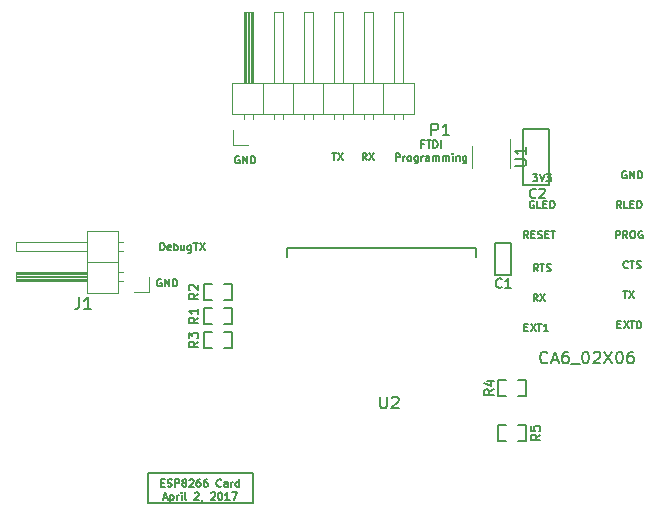
<source format=gbr>
G04 #@! TF.FileFunction,Legend,Top*
%FSLAX46Y46*%
G04 Gerber Fmt 4.6, Leading zero omitted, Abs format (unit mm)*
G04 Created by KiCad (PCBNEW 4.0.5) date 04/03/17 14:36:26*
%MOMM*%
%LPD*%
G01*
G04 APERTURE LIST*
%ADD10C,0.100000*%
%ADD11C,0.152400*%
%ADD12C,0.200000*%
%ADD13C,0.149860*%
%ADD14C,0.120000*%
%ADD15C,0.150000*%
G04 APERTURE END LIST*
D10*
D11*
X187993261Y-118318643D02*
X188204928Y-118318643D01*
X188295642Y-118651262D02*
X187993261Y-118651262D01*
X187993261Y-118016262D01*
X188295642Y-118016262D01*
X188507309Y-118016262D02*
X188930643Y-118651262D01*
X188930643Y-118016262D02*
X188507309Y-118651262D01*
X189081833Y-118016262D02*
X189444690Y-118016262D01*
X189263262Y-118651262D02*
X189263262Y-118016262D01*
X189988977Y-118651262D02*
X189626119Y-118651262D01*
X189807548Y-118651262D02*
X189807548Y-118016262D01*
X189747072Y-118106976D01*
X189686596Y-118167452D01*
X189626119Y-118197690D01*
X189124167Y-116111262D02*
X188912500Y-115808881D01*
X188761309Y-116111262D02*
X188761309Y-115476262D01*
X189003214Y-115476262D01*
X189063690Y-115506500D01*
X189093929Y-115536738D01*
X189124167Y-115597214D01*
X189124167Y-115687929D01*
X189093929Y-115748405D01*
X189063690Y-115778643D01*
X189003214Y-115808881D01*
X188761309Y-115808881D01*
X189335833Y-115476262D02*
X189759167Y-116111262D01*
X189759167Y-115476262D02*
X189335833Y-116111262D01*
X189136262Y-113571262D02*
X188924595Y-113268881D01*
X188773404Y-113571262D02*
X188773404Y-112936262D01*
X189015309Y-112936262D01*
X189075785Y-112966500D01*
X189106024Y-112996738D01*
X189136262Y-113057214D01*
X189136262Y-113147929D01*
X189106024Y-113208405D01*
X189075785Y-113238643D01*
X189015309Y-113268881D01*
X188773404Y-113268881D01*
X189317690Y-112936262D02*
X189680547Y-112936262D01*
X189499119Y-113571262D02*
X189499119Y-112936262D01*
X189861976Y-113541024D02*
X189952691Y-113571262D01*
X190103881Y-113571262D01*
X190164357Y-113541024D01*
X190194595Y-113510786D01*
X190224834Y-113450310D01*
X190224834Y-113389833D01*
X190194595Y-113329357D01*
X190164357Y-113299119D01*
X190103881Y-113268881D01*
X189982929Y-113238643D01*
X189922453Y-113208405D01*
X189892214Y-113178167D01*
X189861976Y-113117690D01*
X189861976Y-113057214D01*
X189892214Y-112996738D01*
X189922453Y-112966500D01*
X189982929Y-112936262D01*
X190134119Y-112936262D01*
X190224834Y-112966500D01*
X188307738Y-110777262D02*
X188096071Y-110474881D01*
X187944880Y-110777262D02*
X187944880Y-110142262D01*
X188186785Y-110142262D01*
X188247261Y-110172500D01*
X188277500Y-110202738D01*
X188307738Y-110263214D01*
X188307738Y-110353929D01*
X188277500Y-110414405D01*
X188247261Y-110444643D01*
X188186785Y-110474881D01*
X187944880Y-110474881D01*
X188579880Y-110444643D02*
X188791547Y-110444643D01*
X188882261Y-110777262D02*
X188579880Y-110777262D01*
X188579880Y-110142262D01*
X188882261Y-110142262D01*
X189124166Y-110747024D02*
X189214881Y-110777262D01*
X189366071Y-110777262D01*
X189426547Y-110747024D01*
X189456785Y-110716786D01*
X189487024Y-110656310D01*
X189487024Y-110595833D01*
X189456785Y-110535357D01*
X189426547Y-110505119D01*
X189366071Y-110474881D01*
X189245119Y-110444643D01*
X189184643Y-110414405D01*
X189154404Y-110384167D01*
X189124166Y-110323690D01*
X189124166Y-110263214D01*
X189154404Y-110202738D01*
X189184643Y-110172500D01*
X189245119Y-110142262D01*
X189396309Y-110142262D01*
X189487024Y-110172500D01*
X189759166Y-110444643D02*
X189970833Y-110444643D01*
X190061547Y-110777262D02*
X189759166Y-110777262D01*
X189759166Y-110142262D01*
X190061547Y-110142262D01*
X190242976Y-110142262D02*
X190605833Y-110142262D01*
X190424405Y-110777262D02*
X190424405Y-110142262D01*
X188788524Y-107632500D02*
X188728047Y-107602262D01*
X188637333Y-107602262D01*
X188546619Y-107632500D01*
X188486143Y-107692976D01*
X188455904Y-107753452D01*
X188425666Y-107874405D01*
X188425666Y-107965119D01*
X188455904Y-108086071D01*
X188486143Y-108146548D01*
X188546619Y-108207024D01*
X188637333Y-108237262D01*
X188697809Y-108237262D01*
X188788524Y-108207024D01*
X188818762Y-108176786D01*
X188818762Y-107965119D01*
X188697809Y-107965119D01*
X189393285Y-108237262D02*
X189090904Y-108237262D01*
X189090904Y-107602262D01*
X189604952Y-107904643D02*
X189816619Y-107904643D01*
X189907333Y-108237262D02*
X189604952Y-108237262D01*
X189604952Y-107602262D01*
X189907333Y-107602262D01*
X190179476Y-108237262D02*
X190179476Y-107602262D01*
X190330667Y-107602262D01*
X190421381Y-107632500D01*
X190481857Y-107692976D01*
X190512096Y-107753452D01*
X190542334Y-107874405D01*
X190542334Y-107965119D01*
X190512096Y-108086071D01*
X190481857Y-108146548D01*
X190421381Y-108207024D01*
X190330667Y-108237262D01*
X190179476Y-108237262D01*
X188697809Y-105316262D02*
X189090905Y-105316262D01*
X188879238Y-105558167D01*
X188969952Y-105558167D01*
X189030428Y-105588405D01*
X189060666Y-105618643D01*
X189090905Y-105679119D01*
X189090905Y-105830310D01*
X189060666Y-105890786D01*
X189030428Y-105921024D01*
X188969952Y-105951262D01*
X188788524Y-105951262D01*
X188728047Y-105921024D01*
X188697809Y-105890786D01*
X189272333Y-105316262D02*
X189484000Y-105951262D01*
X189695667Y-105316262D01*
X189846857Y-105316262D02*
X190239953Y-105316262D01*
X190028286Y-105558167D01*
X190119000Y-105558167D01*
X190179476Y-105588405D01*
X190209714Y-105618643D01*
X190239953Y-105679119D01*
X190239953Y-105830310D01*
X190209714Y-105890786D01*
X190179476Y-105921024D01*
X190119000Y-105951262D01*
X189937572Y-105951262D01*
X189877095Y-105921024D01*
X189846857Y-105890786D01*
X195867261Y-118064643D02*
X196078928Y-118064643D01*
X196169642Y-118397262D02*
X195867261Y-118397262D01*
X195867261Y-117762262D01*
X196169642Y-117762262D01*
X196381309Y-117762262D02*
X196804643Y-118397262D01*
X196804643Y-117762262D02*
X196381309Y-118397262D01*
X196955833Y-117762262D02*
X197318690Y-117762262D01*
X197137262Y-118397262D02*
X197137262Y-117762262D01*
X197651310Y-117762262D02*
X197711786Y-117762262D01*
X197772262Y-117792500D01*
X197802500Y-117822738D01*
X197832738Y-117883214D01*
X197862977Y-118004167D01*
X197862977Y-118155357D01*
X197832738Y-118276310D01*
X197802500Y-118336786D01*
X197772262Y-118367024D01*
X197711786Y-118397262D01*
X197651310Y-118397262D01*
X197590834Y-118367024D01*
X197560596Y-118336786D01*
X197530357Y-118276310D01*
X197500119Y-118155357D01*
X197500119Y-118004167D01*
X197530357Y-117883214D01*
X197560596Y-117822738D01*
X197590834Y-117792500D01*
X197651310Y-117762262D01*
X196366190Y-115222262D02*
X196729047Y-115222262D01*
X196547619Y-115857262D02*
X196547619Y-115222262D01*
X196880238Y-115222262D02*
X197303572Y-115857262D01*
X197303572Y-115222262D02*
X196880238Y-115857262D01*
X196756262Y-113256786D02*
X196726024Y-113287024D01*
X196635309Y-113317262D01*
X196574833Y-113317262D01*
X196484119Y-113287024D01*
X196423643Y-113226548D01*
X196393404Y-113166071D01*
X196363166Y-113045119D01*
X196363166Y-112954405D01*
X196393404Y-112833452D01*
X196423643Y-112772976D01*
X196484119Y-112712500D01*
X196574833Y-112682262D01*
X196635309Y-112682262D01*
X196726024Y-112712500D01*
X196756262Y-112742738D01*
X196937690Y-112682262D02*
X197300547Y-112682262D01*
X197119119Y-113317262D02*
X197119119Y-112682262D01*
X197481976Y-113287024D02*
X197572691Y-113317262D01*
X197723881Y-113317262D01*
X197784357Y-113287024D01*
X197814595Y-113256786D01*
X197844834Y-113196310D01*
X197844834Y-113135833D01*
X197814595Y-113075357D01*
X197784357Y-113045119D01*
X197723881Y-113014881D01*
X197602929Y-112984643D01*
X197542453Y-112954405D01*
X197512214Y-112924167D01*
X197481976Y-112863690D01*
X197481976Y-112803214D01*
X197512214Y-112742738D01*
X197542453Y-112712500D01*
X197602929Y-112682262D01*
X197754119Y-112682262D01*
X197844834Y-112712500D01*
X195716071Y-110777262D02*
X195716071Y-110142262D01*
X195957976Y-110142262D01*
X196018452Y-110172500D01*
X196048691Y-110202738D01*
X196078929Y-110263214D01*
X196078929Y-110353929D01*
X196048691Y-110414405D01*
X196018452Y-110444643D01*
X195957976Y-110474881D01*
X195716071Y-110474881D01*
X196713929Y-110777262D02*
X196502262Y-110474881D01*
X196351071Y-110777262D02*
X196351071Y-110142262D01*
X196592976Y-110142262D01*
X196653452Y-110172500D01*
X196683691Y-110202738D01*
X196713929Y-110263214D01*
X196713929Y-110353929D01*
X196683691Y-110414405D01*
X196653452Y-110444643D01*
X196592976Y-110474881D01*
X196351071Y-110474881D01*
X197107024Y-110142262D02*
X197227976Y-110142262D01*
X197288452Y-110172500D01*
X197348929Y-110232976D01*
X197379167Y-110353929D01*
X197379167Y-110565595D01*
X197348929Y-110686548D01*
X197288452Y-110747024D01*
X197227976Y-110777262D01*
X197107024Y-110777262D01*
X197046548Y-110747024D01*
X196986071Y-110686548D01*
X196955833Y-110565595D01*
X196955833Y-110353929D01*
X196986071Y-110232976D01*
X197046548Y-110172500D01*
X197107024Y-110142262D01*
X197983929Y-110172500D02*
X197923452Y-110142262D01*
X197832738Y-110142262D01*
X197742024Y-110172500D01*
X197681548Y-110232976D01*
X197651309Y-110293452D01*
X197621071Y-110414405D01*
X197621071Y-110505119D01*
X197651309Y-110626071D01*
X197681548Y-110686548D01*
X197742024Y-110747024D01*
X197832738Y-110777262D01*
X197893214Y-110777262D01*
X197983929Y-110747024D01*
X198014167Y-110716786D01*
X198014167Y-110505119D01*
X197893214Y-110505119D01*
X196184762Y-108237262D02*
X195973095Y-107934881D01*
X195821904Y-108237262D02*
X195821904Y-107602262D01*
X196063809Y-107602262D01*
X196124285Y-107632500D01*
X196154524Y-107662738D01*
X196184762Y-107723214D01*
X196184762Y-107813929D01*
X196154524Y-107874405D01*
X196124285Y-107904643D01*
X196063809Y-107934881D01*
X195821904Y-107934881D01*
X196759285Y-108237262D02*
X196456904Y-108237262D01*
X196456904Y-107602262D01*
X196970952Y-107904643D02*
X197182619Y-107904643D01*
X197273333Y-108237262D02*
X196970952Y-108237262D01*
X196970952Y-107602262D01*
X197273333Y-107602262D01*
X197545476Y-108237262D02*
X197545476Y-107602262D01*
X197696667Y-107602262D01*
X197787381Y-107632500D01*
X197847857Y-107692976D01*
X197878096Y-107753452D01*
X197908334Y-107874405D01*
X197908334Y-107965119D01*
X197878096Y-108086071D01*
X197847857Y-108146548D01*
X197787381Y-108207024D01*
X197696667Y-108237262D01*
X197545476Y-108237262D01*
X196620191Y-105092500D02*
X196559714Y-105062262D01*
X196469000Y-105062262D01*
X196378286Y-105092500D01*
X196317810Y-105152976D01*
X196287571Y-105213452D01*
X196257333Y-105334405D01*
X196257333Y-105425119D01*
X196287571Y-105546071D01*
X196317810Y-105606548D01*
X196378286Y-105667024D01*
X196469000Y-105697262D01*
X196529476Y-105697262D01*
X196620191Y-105667024D01*
X196650429Y-105636786D01*
X196650429Y-105425119D01*
X196529476Y-105425119D01*
X196922571Y-105697262D02*
X196922571Y-105062262D01*
X197285429Y-105697262D01*
X197285429Y-105062262D01*
X197587809Y-105697262D02*
X197587809Y-105062262D01*
X197739000Y-105062262D01*
X197829714Y-105092500D01*
X197890190Y-105152976D01*
X197920429Y-105213452D01*
X197950667Y-105334405D01*
X197950667Y-105425119D01*
X197920429Y-105546071D01*
X197890190Y-105606548D01*
X197829714Y-105667024D01*
X197739000Y-105697262D01*
X197587809Y-105697262D01*
X179466119Y-102780193D02*
X179254452Y-102780193D01*
X179254452Y-103112812D02*
X179254452Y-102477812D01*
X179556833Y-102477812D01*
X179708024Y-102477812D02*
X180070881Y-102477812D01*
X179889453Y-103112812D02*
X179889453Y-102477812D01*
X180282548Y-103112812D02*
X180282548Y-102477812D01*
X180433739Y-102477812D01*
X180524453Y-102508050D01*
X180584929Y-102568526D01*
X180615168Y-102629002D01*
X180645406Y-102749955D01*
X180645406Y-102840669D01*
X180615168Y-102961621D01*
X180584929Y-103022098D01*
X180524453Y-103082574D01*
X180433739Y-103112812D01*
X180282548Y-103112812D01*
X180917548Y-103112812D02*
X180917548Y-102477812D01*
X177092428Y-104217712D02*
X177092428Y-103582712D01*
X177334333Y-103582712D01*
X177394809Y-103612950D01*
X177425048Y-103643188D01*
X177455286Y-103703664D01*
X177455286Y-103794379D01*
X177425048Y-103854855D01*
X177394809Y-103885093D01*
X177334333Y-103915331D01*
X177092428Y-103915331D01*
X177727428Y-104217712D02*
X177727428Y-103794379D01*
X177727428Y-103915331D02*
X177757667Y-103854855D01*
X177787905Y-103824617D01*
X177848381Y-103794379D01*
X177908857Y-103794379D01*
X178211238Y-104217712D02*
X178150762Y-104187474D01*
X178120523Y-104157236D01*
X178090285Y-104096760D01*
X178090285Y-103915331D01*
X178120523Y-103854855D01*
X178150762Y-103824617D01*
X178211238Y-103794379D01*
X178301952Y-103794379D01*
X178362428Y-103824617D01*
X178392666Y-103854855D01*
X178422904Y-103915331D01*
X178422904Y-104096760D01*
X178392666Y-104157236D01*
X178362428Y-104187474D01*
X178301952Y-104217712D01*
X178211238Y-104217712D01*
X178967190Y-103794379D02*
X178967190Y-104308426D01*
X178936952Y-104368902D01*
X178906714Y-104399140D01*
X178846238Y-104429379D01*
X178755524Y-104429379D01*
X178695047Y-104399140D01*
X178967190Y-104187474D02*
X178906714Y-104217712D01*
X178785762Y-104217712D01*
X178725286Y-104187474D01*
X178695047Y-104157236D01*
X178664809Y-104096760D01*
X178664809Y-103915331D01*
X178695047Y-103854855D01*
X178725286Y-103824617D01*
X178785762Y-103794379D01*
X178906714Y-103794379D01*
X178967190Y-103824617D01*
X179269571Y-104217712D02*
X179269571Y-103794379D01*
X179269571Y-103915331D02*
X179299810Y-103854855D01*
X179330048Y-103824617D01*
X179390524Y-103794379D01*
X179451000Y-103794379D01*
X179934809Y-104217712D02*
X179934809Y-103885093D01*
X179904571Y-103824617D01*
X179844095Y-103794379D01*
X179723143Y-103794379D01*
X179662666Y-103824617D01*
X179934809Y-104187474D02*
X179874333Y-104217712D01*
X179723143Y-104217712D01*
X179662666Y-104187474D01*
X179632428Y-104126998D01*
X179632428Y-104066521D01*
X179662666Y-104006045D01*
X179723143Y-103975807D01*
X179874333Y-103975807D01*
X179934809Y-103945569D01*
X180237190Y-104217712D02*
X180237190Y-103794379D01*
X180237190Y-103854855D02*
X180267429Y-103824617D01*
X180327905Y-103794379D01*
X180418619Y-103794379D01*
X180479095Y-103824617D01*
X180509333Y-103885093D01*
X180509333Y-104217712D01*
X180509333Y-103885093D02*
X180539571Y-103824617D01*
X180600048Y-103794379D01*
X180690762Y-103794379D01*
X180751238Y-103824617D01*
X180781476Y-103885093D01*
X180781476Y-104217712D01*
X181083857Y-104217712D02*
X181083857Y-103794379D01*
X181083857Y-103854855D02*
X181114096Y-103824617D01*
X181174572Y-103794379D01*
X181265286Y-103794379D01*
X181325762Y-103824617D01*
X181356000Y-103885093D01*
X181356000Y-104217712D01*
X181356000Y-103885093D02*
X181386238Y-103824617D01*
X181446715Y-103794379D01*
X181537429Y-103794379D01*
X181597905Y-103824617D01*
X181628143Y-103885093D01*
X181628143Y-104217712D01*
X181930524Y-104217712D02*
X181930524Y-103794379D01*
X181930524Y-103582712D02*
X181900286Y-103612950D01*
X181930524Y-103643188D01*
X181960763Y-103612950D01*
X181930524Y-103582712D01*
X181930524Y-103643188D01*
X182232905Y-103794379D02*
X182232905Y-104217712D01*
X182232905Y-103854855D02*
X182263144Y-103824617D01*
X182323620Y-103794379D01*
X182414334Y-103794379D01*
X182474810Y-103824617D01*
X182505048Y-103885093D01*
X182505048Y-104217712D01*
X183079572Y-103794379D02*
X183079572Y-104308426D01*
X183049334Y-104368902D01*
X183019096Y-104399140D01*
X182958620Y-104429379D01*
X182867906Y-104429379D01*
X182807429Y-104399140D01*
X183079572Y-104187474D02*
X183019096Y-104217712D01*
X182898144Y-104217712D01*
X182837668Y-104187474D01*
X182807429Y-104157236D01*
X182777191Y-104096760D01*
X182777191Y-103915331D01*
X182807429Y-103854855D01*
X182837668Y-103824617D01*
X182898144Y-103794379D01*
X183019096Y-103794379D01*
X183079572Y-103824617D01*
D12*
X164973000Y-130683000D02*
X156083000Y-130683000D01*
X164973000Y-133223000D02*
X164973000Y-130683000D01*
X156083000Y-133223000D02*
X164973000Y-133223000D01*
X156083000Y-130683000D02*
X156083000Y-133223000D01*
D11*
X157232047Y-131482193D02*
X157443714Y-131482193D01*
X157534428Y-131814812D02*
X157232047Y-131814812D01*
X157232047Y-131179812D01*
X157534428Y-131179812D01*
X157776333Y-131784574D02*
X157867048Y-131814812D01*
X158018238Y-131814812D01*
X158078714Y-131784574D01*
X158108952Y-131754336D01*
X158139191Y-131693860D01*
X158139191Y-131633383D01*
X158108952Y-131572907D01*
X158078714Y-131542669D01*
X158018238Y-131512431D01*
X157897286Y-131482193D01*
X157836810Y-131451955D01*
X157806571Y-131421717D01*
X157776333Y-131361240D01*
X157776333Y-131300764D01*
X157806571Y-131240288D01*
X157836810Y-131210050D01*
X157897286Y-131179812D01*
X158048476Y-131179812D01*
X158139191Y-131210050D01*
X158411333Y-131814812D02*
X158411333Y-131179812D01*
X158653238Y-131179812D01*
X158713714Y-131210050D01*
X158743953Y-131240288D01*
X158774191Y-131300764D01*
X158774191Y-131391479D01*
X158743953Y-131451955D01*
X158713714Y-131482193D01*
X158653238Y-131512431D01*
X158411333Y-131512431D01*
X159137048Y-131451955D02*
X159076572Y-131421717D01*
X159046333Y-131391479D01*
X159016095Y-131331002D01*
X159016095Y-131300764D01*
X159046333Y-131240288D01*
X159076572Y-131210050D01*
X159137048Y-131179812D01*
X159258000Y-131179812D01*
X159318476Y-131210050D01*
X159348714Y-131240288D01*
X159378953Y-131300764D01*
X159378953Y-131331002D01*
X159348714Y-131391479D01*
X159318476Y-131421717D01*
X159258000Y-131451955D01*
X159137048Y-131451955D01*
X159076572Y-131482193D01*
X159046333Y-131512431D01*
X159016095Y-131572907D01*
X159016095Y-131693860D01*
X159046333Y-131754336D01*
X159076572Y-131784574D01*
X159137048Y-131814812D01*
X159258000Y-131814812D01*
X159318476Y-131784574D01*
X159348714Y-131754336D01*
X159378953Y-131693860D01*
X159378953Y-131572907D01*
X159348714Y-131512431D01*
X159318476Y-131482193D01*
X159258000Y-131451955D01*
X159620857Y-131240288D02*
X159651095Y-131210050D01*
X159711572Y-131179812D01*
X159862762Y-131179812D01*
X159923238Y-131210050D01*
X159953476Y-131240288D01*
X159983715Y-131300764D01*
X159983715Y-131361240D01*
X159953476Y-131451955D01*
X159590619Y-131814812D01*
X159983715Y-131814812D01*
X160528000Y-131179812D02*
X160407048Y-131179812D01*
X160346572Y-131210050D01*
X160316334Y-131240288D01*
X160255857Y-131331002D01*
X160225619Y-131451955D01*
X160225619Y-131693860D01*
X160255857Y-131754336D01*
X160286096Y-131784574D01*
X160346572Y-131814812D01*
X160467524Y-131814812D01*
X160528000Y-131784574D01*
X160558238Y-131754336D01*
X160588477Y-131693860D01*
X160588477Y-131542669D01*
X160558238Y-131482193D01*
X160528000Y-131451955D01*
X160467524Y-131421717D01*
X160346572Y-131421717D01*
X160286096Y-131451955D01*
X160255857Y-131482193D01*
X160225619Y-131542669D01*
X161132762Y-131179812D02*
X161011810Y-131179812D01*
X160951334Y-131210050D01*
X160921096Y-131240288D01*
X160860619Y-131331002D01*
X160830381Y-131451955D01*
X160830381Y-131693860D01*
X160860619Y-131754336D01*
X160890858Y-131784574D01*
X160951334Y-131814812D01*
X161072286Y-131814812D01*
X161132762Y-131784574D01*
X161163000Y-131754336D01*
X161193239Y-131693860D01*
X161193239Y-131542669D01*
X161163000Y-131482193D01*
X161132762Y-131451955D01*
X161072286Y-131421717D01*
X160951334Y-131421717D01*
X160890858Y-131451955D01*
X160860619Y-131482193D01*
X160830381Y-131542669D01*
X162312049Y-131754336D02*
X162281811Y-131784574D01*
X162191096Y-131814812D01*
X162130620Y-131814812D01*
X162039906Y-131784574D01*
X161979430Y-131724098D01*
X161949191Y-131663621D01*
X161918953Y-131542669D01*
X161918953Y-131451955D01*
X161949191Y-131331002D01*
X161979430Y-131270526D01*
X162039906Y-131210050D01*
X162130620Y-131179812D01*
X162191096Y-131179812D01*
X162281811Y-131210050D01*
X162312049Y-131240288D01*
X162856334Y-131814812D02*
X162856334Y-131482193D01*
X162826096Y-131421717D01*
X162765620Y-131391479D01*
X162644668Y-131391479D01*
X162584191Y-131421717D01*
X162856334Y-131784574D02*
X162795858Y-131814812D01*
X162644668Y-131814812D01*
X162584191Y-131784574D01*
X162553953Y-131724098D01*
X162553953Y-131663621D01*
X162584191Y-131603145D01*
X162644668Y-131572907D01*
X162795858Y-131572907D01*
X162856334Y-131542669D01*
X163158715Y-131814812D02*
X163158715Y-131391479D01*
X163158715Y-131512431D02*
X163188954Y-131451955D01*
X163219192Y-131421717D01*
X163279668Y-131391479D01*
X163340144Y-131391479D01*
X163823953Y-131814812D02*
X163823953Y-131179812D01*
X163823953Y-131784574D02*
X163763477Y-131814812D01*
X163642525Y-131814812D01*
X163582049Y-131784574D01*
X163551810Y-131754336D01*
X163521572Y-131693860D01*
X163521572Y-131512431D01*
X163551810Y-131451955D01*
X163582049Y-131421717D01*
X163642525Y-131391479D01*
X163763477Y-131391479D01*
X163823953Y-131421717D01*
X157428594Y-132738283D02*
X157730975Y-132738283D01*
X157368118Y-132919712D02*
X157579785Y-132284712D01*
X157791452Y-132919712D01*
X158003118Y-132496379D02*
X158003118Y-133131379D01*
X158003118Y-132526617D02*
X158063595Y-132496379D01*
X158184547Y-132496379D01*
X158245023Y-132526617D01*
X158275261Y-132556855D01*
X158305499Y-132617331D01*
X158305499Y-132798760D01*
X158275261Y-132859236D01*
X158245023Y-132889474D01*
X158184547Y-132919712D01*
X158063595Y-132919712D01*
X158003118Y-132889474D01*
X158577642Y-132919712D02*
X158577642Y-132496379D01*
X158577642Y-132617331D02*
X158607881Y-132556855D01*
X158638119Y-132526617D01*
X158698595Y-132496379D01*
X158759071Y-132496379D01*
X158970737Y-132919712D02*
X158970737Y-132496379D01*
X158970737Y-132284712D02*
X158940499Y-132314950D01*
X158970737Y-132345188D01*
X159000976Y-132314950D01*
X158970737Y-132284712D01*
X158970737Y-132345188D01*
X159363833Y-132919712D02*
X159303357Y-132889474D01*
X159273118Y-132828998D01*
X159273118Y-132284712D01*
X160059309Y-132345188D02*
X160089547Y-132314950D01*
X160150024Y-132284712D01*
X160301214Y-132284712D01*
X160361690Y-132314950D01*
X160391928Y-132345188D01*
X160422167Y-132405664D01*
X160422167Y-132466140D01*
X160391928Y-132556855D01*
X160029071Y-132919712D01*
X160422167Y-132919712D01*
X160724548Y-132889474D02*
X160724548Y-132919712D01*
X160694309Y-132980188D01*
X160664071Y-133010426D01*
X161450262Y-132345188D02*
X161480500Y-132314950D01*
X161540977Y-132284712D01*
X161692167Y-132284712D01*
X161752643Y-132314950D01*
X161782881Y-132345188D01*
X161813120Y-132405664D01*
X161813120Y-132466140D01*
X161782881Y-132556855D01*
X161420024Y-132919712D01*
X161813120Y-132919712D01*
X162206215Y-132284712D02*
X162266691Y-132284712D01*
X162327167Y-132314950D01*
X162357405Y-132345188D01*
X162387643Y-132405664D01*
X162417882Y-132526617D01*
X162417882Y-132677807D01*
X162387643Y-132798760D01*
X162357405Y-132859236D01*
X162327167Y-132889474D01*
X162266691Y-132919712D01*
X162206215Y-132919712D01*
X162145739Y-132889474D01*
X162115501Y-132859236D01*
X162085262Y-132798760D01*
X162055024Y-132677807D01*
X162055024Y-132526617D01*
X162085262Y-132405664D01*
X162115501Y-132345188D01*
X162145739Y-132314950D01*
X162206215Y-132284712D01*
X163022644Y-132919712D02*
X162659786Y-132919712D01*
X162841215Y-132919712D02*
X162841215Y-132284712D01*
X162780739Y-132375426D01*
X162720263Y-132435902D01*
X162659786Y-132466140D01*
X163234310Y-132284712D02*
X163657644Y-132284712D01*
X163385501Y-132919712D01*
X157250191Y-114236500D02*
X157189714Y-114206262D01*
X157099000Y-114206262D01*
X157008286Y-114236500D01*
X156947810Y-114296976D01*
X156917571Y-114357452D01*
X156887333Y-114478405D01*
X156887333Y-114569119D01*
X156917571Y-114690071D01*
X156947810Y-114750548D01*
X157008286Y-114811024D01*
X157099000Y-114841262D01*
X157159476Y-114841262D01*
X157250191Y-114811024D01*
X157280429Y-114780786D01*
X157280429Y-114569119D01*
X157159476Y-114569119D01*
X157552571Y-114841262D02*
X157552571Y-114206262D01*
X157915429Y-114841262D01*
X157915429Y-114206262D01*
X158217809Y-114841262D02*
X158217809Y-114206262D01*
X158369000Y-114206262D01*
X158459714Y-114236500D01*
X158520190Y-114296976D01*
X158550429Y-114357452D01*
X158580667Y-114478405D01*
X158580667Y-114569119D01*
X158550429Y-114690071D01*
X158520190Y-114750548D01*
X158459714Y-114811024D01*
X158369000Y-114841262D01*
X158217809Y-114841262D01*
X157159475Y-111793262D02*
X157159475Y-111158262D01*
X157310666Y-111158262D01*
X157401380Y-111188500D01*
X157461856Y-111248976D01*
X157492095Y-111309452D01*
X157522333Y-111430405D01*
X157522333Y-111521119D01*
X157492095Y-111642071D01*
X157461856Y-111702548D01*
X157401380Y-111763024D01*
X157310666Y-111793262D01*
X157159475Y-111793262D01*
X158036380Y-111763024D02*
X157975904Y-111793262D01*
X157854952Y-111793262D01*
X157794475Y-111763024D01*
X157764237Y-111702548D01*
X157764237Y-111460643D01*
X157794475Y-111400167D01*
X157854952Y-111369929D01*
X157975904Y-111369929D01*
X158036380Y-111400167D01*
X158066618Y-111460643D01*
X158066618Y-111521119D01*
X157764237Y-111581595D01*
X158338761Y-111793262D02*
X158338761Y-111158262D01*
X158338761Y-111400167D02*
X158399238Y-111369929D01*
X158520190Y-111369929D01*
X158580666Y-111400167D01*
X158610904Y-111430405D01*
X158641142Y-111490881D01*
X158641142Y-111672310D01*
X158610904Y-111732786D01*
X158580666Y-111763024D01*
X158520190Y-111793262D01*
X158399238Y-111793262D01*
X158338761Y-111763024D01*
X159185428Y-111369929D02*
X159185428Y-111793262D01*
X158913285Y-111369929D02*
X158913285Y-111702548D01*
X158943524Y-111763024D01*
X159004000Y-111793262D01*
X159094714Y-111793262D01*
X159155190Y-111763024D01*
X159185428Y-111732786D01*
X159759952Y-111369929D02*
X159759952Y-111883976D01*
X159729714Y-111944452D01*
X159699476Y-111974690D01*
X159639000Y-112004929D01*
X159548286Y-112004929D01*
X159487809Y-111974690D01*
X159759952Y-111763024D02*
X159699476Y-111793262D01*
X159578524Y-111793262D01*
X159518048Y-111763024D01*
X159487809Y-111732786D01*
X159457571Y-111672310D01*
X159457571Y-111490881D01*
X159487809Y-111430405D01*
X159518048Y-111400167D01*
X159578524Y-111369929D01*
X159699476Y-111369929D01*
X159759952Y-111400167D01*
X159971619Y-111158262D02*
X160334476Y-111158262D01*
X160153048Y-111793262D02*
X160153048Y-111158262D01*
X160485667Y-111158262D02*
X160909001Y-111793262D01*
X160909001Y-111158262D02*
X160485667Y-111793262D01*
X171728190Y-103538262D02*
X172091047Y-103538262D01*
X171909619Y-104173262D02*
X171909619Y-103538262D01*
X172242238Y-103538262D02*
X172665572Y-104173262D01*
X172665572Y-103538262D02*
X172242238Y-104173262D01*
X174646167Y-104173262D02*
X174434500Y-103870881D01*
X174283309Y-104173262D02*
X174283309Y-103538262D01*
X174525214Y-103538262D01*
X174585690Y-103568500D01*
X174615929Y-103598738D01*
X174646167Y-103659214D01*
X174646167Y-103749929D01*
X174615929Y-103810405D01*
X174585690Y-103840643D01*
X174525214Y-103870881D01*
X174283309Y-103870881D01*
X174857833Y-103538262D02*
X175281167Y-104173262D01*
X175281167Y-103538262D02*
X174857833Y-104173262D01*
X163854191Y-103822500D02*
X163793714Y-103792262D01*
X163703000Y-103792262D01*
X163612286Y-103822500D01*
X163551810Y-103882976D01*
X163521571Y-103943452D01*
X163491333Y-104064405D01*
X163491333Y-104155119D01*
X163521571Y-104276071D01*
X163551810Y-104336548D01*
X163612286Y-104397024D01*
X163703000Y-104427262D01*
X163763476Y-104427262D01*
X163854191Y-104397024D01*
X163884429Y-104366786D01*
X163884429Y-104155119D01*
X163763476Y-104155119D01*
X164156571Y-104427262D02*
X164156571Y-103792262D01*
X164519429Y-104427262D01*
X164519429Y-103792262D01*
X164821809Y-104427262D02*
X164821809Y-103792262D01*
X164973000Y-103792262D01*
X165063714Y-103822500D01*
X165124190Y-103882976D01*
X165154429Y-103943452D01*
X165184667Y-104064405D01*
X165184667Y-104155119D01*
X165154429Y-104276071D01*
X165124190Y-104336548D01*
X165063714Y-104397024D01*
X164973000Y-104427262D01*
X164821809Y-104427262D01*
D13*
X161551620Y-116649500D02*
X160845500Y-116649500D01*
X160845500Y-116649500D02*
X160845500Y-118046500D01*
X160845500Y-118046500D02*
X161551620Y-118046500D01*
X163258500Y-116649500D02*
X162552380Y-116649500D01*
X163258500Y-116649500D02*
X163258500Y-118046500D01*
X163258500Y-118046500D02*
X162552380Y-118046500D01*
X161551620Y-114617500D02*
X160845500Y-114617500D01*
X160845500Y-114617500D02*
X160845500Y-116014500D01*
X160845500Y-116014500D02*
X161551620Y-116014500D01*
X163258500Y-114617500D02*
X162552380Y-114617500D01*
X163258500Y-114617500D02*
X163258500Y-116014500D01*
X163258500Y-116014500D02*
X162552380Y-116014500D01*
X161551620Y-118681500D02*
X160845500Y-118681500D01*
X160845500Y-118681500D02*
X160845500Y-120078500D01*
X160845500Y-120078500D02*
X161551620Y-120078500D01*
X163258500Y-118681500D02*
X162552380Y-118681500D01*
X163258500Y-118681500D02*
X163258500Y-120078500D01*
X163258500Y-120078500D02*
X162552380Y-120078500D01*
X186443620Y-122745500D02*
X185737500Y-122745500D01*
X185737500Y-122745500D02*
X185737500Y-124142500D01*
X185737500Y-124142500D02*
X186443620Y-124142500D01*
X188150500Y-122745500D02*
X187444380Y-122745500D01*
X188150500Y-122745500D02*
X188150500Y-124142500D01*
X188150500Y-124142500D02*
X187444380Y-124142500D01*
X186443620Y-126555500D02*
X185737500Y-126555500D01*
X185737500Y-126555500D02*
X185737500Y-127952500D01*
X185737500Y-127952500D02*
X186443620Y-127952500D01*
X188150500Y-126555500D02*
X187444380Y-126555500D01*
X188150500Y-126555500D02*
X188150500Y-127952500D01*
X188150500Y-127952500D02*
X187444380Y-127952500D01*
D11*
X183896000Y-112395000D02*
X183896000Y-111633000D01*
X183896000Y-111633000D02*
X167894000Y-111633000D01*
X167894000Y-111633000D02*
X167894000Y-112395000D01*
D13*
X185521600Y-113893600D02*
X186842400Y-113893600D01*
X185521600Y-111150400D02*
X185521600Y-113893600D01*
X186842400Y-113893600D02*
X186842400Y-111150400D01*
X185521600Y-111150400D02*
X186842400Y-111150400D01*
X187909200Y-106248200D02*
X190042800Y-106248200D01*
X190042800Y-101523800D02*
X190042800Y-106248200D01*
X187909200Y-106222800D02*
X187909200Y-101523800D01*
X187909200Y-101523800D02*
X190042800Y-101523800D01*
D14*
X153600000Y-115376000D02*
X153600000Y-112776000D01*
X153600000Y-112776000D02*
X150980000Y-112776000D01*
X150980000Y-112776000D02*
X150980000Y-115376000D01*
X150980000Y-115376000D02*
X153600000Y-115376000D01*
X150980000Y-114426000D02*
X150980000Y-113666000D01*
X150980000Y-113666000D02*
X144980000Y-113666000D01*
X144980000Y-113666000D02*
X144980000Y-114426000D01*
X144980000Y-114426000D02*
X150980000Y-114426000D01*
X154030000Y-114426000D02*
X153600000Y-114426000D01*
X154030000Y-113666000D02*
X153600000Y-113666000D01*
X150980000Y-114306000D02*
X144980000Y-114306000D01*
X150980000Y-114186000D02*
X144980000Y-114186000D01*
X150980000Y-114066000D02*
X144980000Y-114066000D01*
X150980000Y-113946000D02*
X144980000Y-113946000D01*
X150980000Y-113826000D02*
X144980000Y-113826000D01*
X150980000Y-113706000D02*
X144980000Y-113706000D01*
X153600000Y-112776000D02*
X153600000Y-110176000D01*
X153600000Y-110176000D02*
X150980000Y-110176000D01*
X150980000Y-110176000D02*
X150980000Y-112776000D01*
X150980000Y-112776000D02*
X153600000Y-112776000D01*
X150980000Y-111886000D02*
X150980000Y-111126000D01*
X150980000Y-111126000D02*
X144980000Y-111126000D01*
X144980000Y-111126000D02*
X144980000Y-111886000D01*
X144980000Y-111886000D02*
X150980000Y-111886000D01*
X154030000Y-111886000D02*
X153600000Y-111886000D01*
X154030000Y-111126000D02*
X153600000Y-111126000D01*
X156210000Y-114046000D02*
X156210000Y-115316000D01*
X156210000Y-115316000D02*
X154940000Y-115316000D01*
X183556000Y-102986000D02*
X183556000Y-104786000D01*
X186776000Y-104786000D02*
X186776000Y-102336000D01*
X163262000Y-100260000D02*
X165862000Y-100260000D01*
X165862000Y-100260000D02*
X165862000Y-97640000D01*
X165862000Y-97640000D02*
X163262000Y-97640000D01*
X163262000Y-97640000D02*
X163262000Y-100260000D01*
X164212000Y-97640000D02*
X164972000Y-97640000D01*
X164972000Y-97640000D02*
X164972000Y-91640000D01*
X164972000Y-91640000D02*
X164212000Y-91640000D01*
X164212000Y-91640000D02*
X164212000Y-97640000D01*
X164212000Y-100690000D02*
X164212000Y-100260000D01*
X164972000Y-100690000D02*
X164972000Y-100260000D01*
X164332000Y-97640000D02*
X164332000Y-91640000D01*
X164452000Y-97640000D02*
X164452000Y-91640000D01*
X164572000Y-97640000D02*
X164572000Y-91640000D01*
X164692000Y-97640000D02*
X164692000Y-91640000D01*
X164812000Y-97640000D02*
X164812000Y-91640000D01*
X164932000Y-97640000D02*
X164932000Y-91640000D01*
X165862000Y-100260000D02*
X168402000Y-100260000D01*
X168402000Y-100260000D02*
X168402000Y-97640000D01*
X168402000Y-97640000D02*
X165862000Y-97640000D01*
X165862000Y-97640000D02*
X165862000Y-100260000D01*
X166752000Y-97640000D02*
X167512000Y-97640000D01*
X167512000Y-97640000D02*
X167512000Y-91640000D01*
X167512000Y-91640000D02*
X166752000Y-91640000D01*
X166752000Y-91640000D02*
X166752000Y-97640000D01*
X166752000Y-100690000D02*
X166752000Y-100260000D01*
X167512000Y-100690000D02*
X167512000Y-100260000D01*
X168402000Y-100260000D02*
X170942000Y-100260000D01*
X170942000Y-100260000D02*
X170942000Y-97640000D01*
X170942000Y-97640000D02*
X168402000Y-97640000D01*
X168402000Y-97640000D02*
X168402000Y-100260000D01*
X169292000Y-97640000D02*
X170052000Y-97640000D01*
X170052000Y-97640000D02*
X170052000Y-91640000D01*
X170052000Y-91640000D02*
X169292000Y-91640000D01*
X169292000Y-91640000D02*
X169292000Y-97640000D01*
X169292000Y-100690000D02*
X169292000Y-100260000D01*
X170052000Y-100690000D02*
X170052000Y-100260000D01*
X170942000Y-100260000D02*
X173482000Y-100260000D01*
X173482000Y-100260000D02*
X173482000Y-97640000D01*
X173482000Y-97640000D02*
X170942000Y-97640000D01*
X170942000Y-97640000D02*
X170942000Y-100260000D01*
X171832000Y-97640000D02*
X172592000Y-97640000D01*
X172592000Y-97640000D02*
X172592000Y-91640000D01*
X172592000Y-91640000D02*
X171832000Y-91640000D01*
X171832000Y-91640000D02*
X171832000Y-97640000D01*
X171832000Y-100690000D02*
X171832000Y-100260000D01*
X172592000Y-100690000D02*
X172592000Y-100260000D01*
X173482000Y-100260000D02*
X176022000Y-100260000D01*
X176022000Y-100260000D02*
X176022000Y-97640000D01*
X176022000Y-97640000D02*
X173482000Y-97640000D01*
X173482000Y-97640000D02*
X173482000Y-100260000D01*
X174372000Y-97640000D02*
X175132000Y-97640000D01*
X175132000Y-97640000D02*
X175132000Y-91640000D01*
X175132000Y-91640000D02*
X174372000Y-91640000D01*
X174372000Y-91640000D02*
X174372000Y-97640000D01*
X174372000Y-100690000D02*
X174372000Y-100260000D01*
X175132000Y-100690000D02*
X175132000Y-100260000D01*
X176022000Y-100260000D02*
X178622000Y-100260000D01*
X178622000Y-100260000D02*
X178622000Y-97640000D01*
X178622000Y-97640000D02*
X176022000Y-97640000D01*
X176022000Y-97640000D02*
X176022000Y-100260000D01*
X176912000Y-97640000D02*
X177672000Y-97640000D01*
X177672000Y-97640000D02*
X177672000Y-91640000D01*
X177672000Y-91640000D02*
X176912000Y-91640000D01*
X176912000Y-91640000D02*
X176912000Y-97640000D01*
X176912000Y-100690000D02*
X176912000Y-100260000D01*
X177672000Y-100690000D02*
X177672000Y-100260000D01*
X164592000Y-102870000D02*
X163322000Y-102870000D01*
X163322000Y-102870000D02*
X163322000Y-101600000D01*
D15*
X160381905Y-117481333D02*
X160000952Y-117748000D01*
X160381905Y-117938476D02*
X159581905Y-117938476D01*
X159581905Y-117633714D01*
X159620000Y-117557523D01*
X159658095Y-117519428D01*
X159734286Y-117481333D01*
X159848571Y-117481333D01*
X159924762Y-117519428D01*
X159962857Y-117557523D01*
X160000952Y-117633714D01*
X160000952Y-117938476D01*
X160381905Y-116719428D02*
X160381905Y-117176571D01*
X160381905Y-116948000D02*
X159581905Y-116948000D01*
X159696190Y-117024190D01*
X159772381Y-117100381D01*
X159810476Y-117176571D01*
X160381905Y-115449333D02*
X160000952Y-115716000D01*
X160381905Y-115906476D02*
X159581905Y-115906476D01*
X159581905Y-115601714D01*
X159620000Y-115525523D01*
X159658095Y-115487428D01*
X159734286Y-115449333D01*
X159848571Y-115449333D01*
X159924762Y-115487428D01*
X159962857Y-115525523D01*
X160000952Y-115601714D01*
X160000952Y-115906476D01*
X159658095Y-115144571D02*
X159620000Y-115106476D01*
X159581905Y-115030285D01*
X159581905Y-114839809D01*
X159620000Y-114763619D01*
X159658095Y-114725523D01*
X159734286Y-114687428D01*
X159810476Y-114687428D01*
X159924762Y-114725523D01*
X160381905Y-115182666D01*
X160381905Y-114687428D01*
X160381905Y-119513333D02*
X160000952Y-119780000D01*
X160381905Y-119970476D02*
X159581905Y-119970476D01*
X159581905Y-119665714D01*
X159620000Y-119589523D01*
X159658095Y-119551428D01*
X159734286Y-119513333D01*
X159848571Y-119513333D01*
X159924762Y-119551428D01*
X159962857Y-119589523D01*
X160000952Y-119665714D01*
X160000952Y-119970476D01*
X159581905Y-119246666D02*
X159581905Y-118751428D01*
X159886667Y-119018095D01*
X159886667Y-118903809D01*
X159924762Y-118827619D01*
X159962857Y-118789523D01*
X160039048Y-118751428D01*
X160229524Y-118751428D01*
X160305714Y-118789523D01*
X160343810Y-118827619D01*
X160381905Y-118903809D01*
X160381905Y-119132381D01*
X160343810Y-119208571D01*
X160305714Y-119246666D01*
X185388205Y-123551933D02*
X185007252Y-123818600D01*
X185388205Y-124009076D02*
X184588205Y-124009076D01*
X184588205Y-123704314D01*
X184626300Y-123628123D01*
X184664395Y-123590028D01*
X184740586Y-123551933D01*
X184854871Y-123551933D01*
X184931062Y-123590028D01*
X184969157Y-123628123D01*
X185007252Y-123704314D01*
X185007252Y-124009076D01*
X184854871Y-122866219D02*
X185388205Y-122866219D01*
X184550110Y-123056695D02*
X185121538Y-123247171D01*
X185121538Y-122751933D01*
X189337905Y-127387333D02*
X188956952Y-127654000D01*
X189337905Y-127844476D02*
X188537905Y-127844476D01*
X188537905Y-127539714D01*
X188576000Y-127463523D01*
X188614095Y-127425428D01*
X188690286Y-127387333D01*
X188804571Y-127387333D01*
X188880762Y-127425428D01*
X188918857Y-127463523D01*
X188956952Y-127539714D01*
X188956952Y-127844476D01*
X188537905Y-126663523D02*
X188537905Y-127044476D01*
X188918857Y-127082571D01*
X188880762Y-127044476D01*
X188842667Y-126968285D01*
X188842667Y-126777809D01*
X188880762Y-126701619D01*
X188918857Y-126663523D01*
X188995048Y-126625428D01*
X189185524Y-126625428D01*
X189261714Y-126663523D01*
X189299810Y-126701619D01*
X189337905Y-126777809D01*
X189337905Y-126968285D01*
X189299810Y-127044476D01*
X189261714Y-127082571D01*
X175768095Y-124166381D02*
X175768095Y-124975905D01*
X175815714Y-125071143D01*
X175863333Y-125118762D01*
X175958571Y-125166381D01*
X176149048Y-125166381D01*
X176244286Y-125118762D01*
X176291905Y-125071143D01*
X176339524Y-124975905D01*
X176339524Y-124166381D01*
X176768095Y-124261619D02*
X176815714Y-124214000D01*
X176910952Y-124166381D01*
X177149048Y-124166381D01*
X177244286Y-124214000D01*
X177291905Y-124261619D01*
X177339524Y-124356857D01*
X177339524Y-124452095D01*
X177291905Y-124594952D01*
X176720476Y-125166381D01*
X177339524Y-125166381D01*
X186074067Y-114890514D02*
X186035972Y-114928610D01*
X185921686Y-114966705D01*
X185845496Y-114966705D01*
X185731210Y-114928610D01*
X185655019Y-114852419D01*
X185616924Y-114776229D01*
X185578829Y-114623848D01*
X185578829Y-114509562D01*
X185616924Y-114357181D01*
X185655019Y-114280990D01*
X185731210Y-114204800D01*
X185845496Y-114166705D01*
X185921686Y-114166705D01*
X186035972Y-114204800D01*
X186074067Y-114242895D01*
X186835972Y-114966705D02*
X186378829Y-114966705D01*
X186607400Y-114966705D02*
X186607400Y-114166705D01*
X186531210Y-114280990D01*
X186455019Y-114357181D01*
X186378829Y-114395276D01*
X188956967Y-107283214D02*
X188918872Y-107321310D01*
X188804586Y-107359405D01*
X188728396Y-107359405D01*
X188614110Y-107321310D01*
X188537919Y-107245119D01*
X188499824Y-107168929D01*
X188461729Y-107016548D01*
X188461729Y-106902262D01*
X188499824Y-106749881D01*
X188537919Y-106673690D01*
X188614110Y-106597500D01*
X188728396Y-106559405D01*
X188804586Y-106559405D01*
X188918872Y-106597500D01*
X188956967Y-106635595D01*
X189261729Y-106635595D02*
X189299824Y-106597500D01*
X189376015Y-106559405D01*
X189566491Y-106559405D01*
X189642681Y-106597500D01*
X189680777Y-106635595D01*
X189718872Y-106711786D01*
X189718872Y-106787976D01*
X189680777Y-106902262D01*
X189223634Y-107359405D01*
X189718872Y-107359405D01*
X150291667Y-115768381D02*
X150291667Y-116482667D01*
X150244047Y-116625524D01*
X150148809Y-116720762D01*
X150005952Y-116768381D01*
X149910714Y-116768381D01*
X151291667Y-116768381D02*
X150720238Y-116768381D01*
X151005952Y-116768381D02*
X151005952Y-115768381D01*
X150910714Y-115911238D01*
X150815476Y-116006476D01*
X150720238Y-116054095D01*
X189936857Y-121261143D02*
X189889238Y-121308762D01*
X189746381Y-121356381D01*
X189651143Y-121356381D01*
X189508285Y-121308762D01*
X189413047Y-121213524D01*
X189365428Y-121118286D01*
X189317809Y-120927810D01*
X189317809Y-120784952D01*
X189365428Y-120594476D01*
X189413047Y-120499238D01*
X189508285Y-120404000D01*
X189651143Y-120356381D01*
X189746381Y-120356381D01*
X189889238Y-120404000D01*
X189936857Y-120451619D01*
X190317809Y-121070667D02*
X190794000Y-121070667D01*
X190222571Y-121356381D02*
X190555904Y-120356381D01*
X190889238Y-121356381D01*
X191651143Y-120356381D02*
X191460666Y-120356381D01*
X191365428Y-120404000D01*
X191317809Y-120451619D01*
X191222571Y-120594476D01*
X191174952Y-120784952D01*
X191174952Y-121165905D01*
X191222571Y-121261143D01*
X191270190Y-121308762D01*
X191365428Y-121356381D01*
X191555905Y-121356381D01*
X191651143Y-121308762D01*
X191698762Y-121261143D01*
X191746381Y-121165905D01*
X191746381Y-120927810D01*
X191698762Y-120832571D01*
X191651143Y-120784952D01*
X191555905Y-120737333D01*
X191365428Y-120737333D01*
X191270190Y-120784952D01*
X191222571Y-120832571D01*
X191174952Y-120927810D01*
X191936857Y-121451619D02*
X192698762Y-121451619D01*
X193127333Y-120356381D02*
X193222572Y-120356381D01*
X193317810Y-120404000D01*
X193365429Y-120451619D01*
X193413048Y-120546857D01*
X193460667Y-120737333D01*
X193460667Y-120975429D01*
X193413048Y-121165905D01*
X193365429Y-121261143D01*
X193317810Y-121308762D01*
X193222572Y-121356381D01*
X193127333Y-121356381D01*
X193032095Y-121308762D01*
X192984476Y-121261143D01*
X192936857Y-121165905D01*
X192889238Y-120975429D01*
X192889238Y-120737333D01*
X192936857Y-120546857D01*
X192984476Y-120451619D01*
X193032095Y-120404000D01*
X193127333Y-120356381D01*
X193841619Y-120451619D02*
X193889238Y-120404000D01*
X193984476Y-120356381D01*
X194222572Y-120356381D01*
X194317810Y-120404000D01*
X194365429Y-120451619D01*
X194413048Y-120546857D01*
X194413048Y-120642095D01*
X194365429Y-120784952D01*
X193794000Y-121356381D01*
X194413048Y-121356381D01*
X194746381Y-120356381D02*
X195413048Y-121356381D01*
X195413048Y-120356381D02*
X194746381Y-121356381D01*
X195984476Y-120356381D02*
X196079715Y-120356381D01*
X196174953Y-120404000D01*
X196222572Y-120451619D01*
X196270191Y-120546857D01*
X196317810Y-120737333D01*
X196317810Y-120975429D01*
X196270191Y-121165905D01*
X196222572Y-121261143D01*
X196174953Y-121308762D01*
X196079715Y-121356381D01*
X195984476Y-121356381D01*
X195889238Y-121308762D01*
X195841619Y-121261143D01*
X195794000Y-121165905D01*
X195746381Y-120975429D01*
X195746381Y-120737333D01*
X195794000Y-120546857D01*
X195841619Y-120451619D01*
X195889238Y-120404000D01*
X195984476Y-120356381D01*
X197174953Y-120356381D02*
X196984476Y-120356381D01*
X196889238Y-120404000D01*
X196841619Y-120451619D01*
X196746381Y-120594476D01*
X196698762Y-120784952D01*
X196698762Y-121165905D01*
X196746381Y-121261143D01*
X196794000Y-121308762D01*
X196889238Y-121356381D01*
X197079715Y-121356381D01*
X197174953Y-121308762D01*
X197222572Y-121261143D01*
X197270191Y-121165905D01*
X197270191Y-120927810D01*
X197222572Y-120832571D01*
X197174953Y-120784952D01*
X197079715Y-120737333D01*
X196889238Y-120737333D01*
X196794000Y-120784952D01*
X196746381Y-120832571D01*
X196698762Y-120927810D01*
X187158381Y-104647905D02*
X187967905Y-104647905D01*
X188063143Y-104600286D01*
X188110762Y-104552667D01*
X188158381Y-104457429D01*
X188158381Y-104266952D01*
X188110762Y-104171714D01*
X188063143Y-104124095D01*
X187967905Y-104076476D01*
X187158381Y-104076476D01*
X188158381Y-103076476D02*
X188158381Y-103647905D01*
X188158381Y-103362191D02*
X187158381Y-103362191D01*
X187301238Y-103457429D01*
X187396476Y-103552667D01*
X187444095Y-103647905D01*
X180109905Y-102052381D02*
X180109905Y-101052381D01*
X180490858Y-101052381D01*
X180586096Y-101100000D01*
X180633715Y-101147619D01*
X180681334Y-101242857D01*
X180681334Y-101385714D01*
X180633715Y-101480952D01*
X180586096Y-101528571D01*
X180490858Y-101576190D01*
X180109905Y-101576190D01*
X181633715Y-102052381D02*
X181062286Y-102052381D01*
X181348000Y-102052381D02*
X181348000Y-101052381D01*
X181252762Y-101195238D01*
X181157524Y-101290476D01*
X181062286Y-101338095D01*
M02*

</source>
